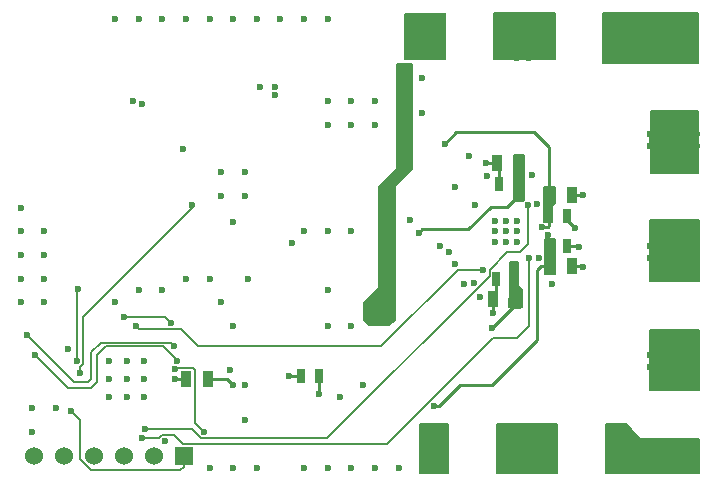
<source format=gbl>
G04 #@! TF.FileFunction,Copper,L4,Bot,Signal*
%FSLAX46Y46*%
G04 Gerber Fmt 4.6, Leading zero omitted, Abs format (unit mm)*
G04 Created by KiCad (PCBNEW 4.0.5) date 03/01/17 00:06:24*
%MOMM*%
%LPD*%
G01*
G04 APERTURE LIST*
%ADD10C,0.100000*%
%ADD11C,0.600000*%
%ADD12R,1.524000X1.524000*%
%ADD13C,1.524000*%
%ADD14R,0.635000X1.143000*%
%ADD15R,0.889000X1.397000*%
%ADD16R,1.500000X3.950000*%
%ADD17R,3.950000X1.500000*%
%ADD18C,0.250000*%
%ADD19C,0.150000*%
G04 APERTURE END LIST*
D10*
D11*
X150475000Y-118000000D03*
X150475000Y-116500000D03*
X150475000Y-115000000D03*
X148975000Y-118000000D03*
X148975000Y-116500000D03*
X148975000Y-115000000D03*
X147475000Y-118000000D03*
X147475000Y-116500000D03*
X147475000Y-115000000D03*
X180200000Y-103100000D03*
X180200000Y-104000000D03*
X180200000Y-104900000D03*
X181100000Y-103100000D03*
X181100000Y-104000000D03*
X181100000Y-104900000D03*
X182000000Y-103100000D03*
X182000000Y-104000000D03*
X182000000Y-104900000D03*
D12*
X153850000Y-123000000D03*
D13*
X151310000Y-123000000D03*
X148770000Y-123000000D03*
X146230000Y-123000000D03*
X143690000Y-123000000D03*
X141150000Y-123000000D03*
D14*
X182000000Y-100000000D03*
X180476000Y-100000000D03*
D15*
X182250000Y-98250000D03*
X180345000Y-98250000D03*
D14*
X184750000Y-102709216D03*
X186274000Y-102709216D03*
D15*
X184746053Y-100917685D03*
X186651053Y-100917685D03*
D14*
X184726000Y-105250000D03*
X186250000Y-105250000D03*
D15*
X184776053Y-106962127D03*
X186681053Y-106962127D03*
D14*
X181774000Y-108000000D03*
X180250000Y-108000000D03*
D15*
X181905000Y-109750000D03*
X180000000Y-109750000D03*
D14*
X163750000Y-116250000D03*
X165274000Y-116250000D03*
D15*
X155905000Y-116500000D03*
X154000000Y-116500000D03*
D16*
X175230000Y-87475000D03*
X180770000Y-87475000D03*
X184480000Y-87475000D03*
X190020000Y-87475000D03*
D17*
X195350000Y-88980000D03*
X195350000Y-94520000D03*
X195350000Y-98230000D03*
X195350000Y-103770000D03*
X195350000Y-107480000D03*
X195350000Y-113020000D03*
X195350000Y-116730000D03*
X195350000Y-122270000D03*
D16*
X181020000Y-122350000D03*
X175480000Y-122350000D03*
X190270000Y-122350000D03*
X184730000Y-122350000D03*
D11*
X158000000Y-117000000D03*
X159000000Y-99000000D03*
X157000000Y-99000000D03*
X157000000Y-101000000D03*
X159000000Y-101000000D03*
X166000000Y-109000000D03*
X166000000Y-112000000D03*
X168000000Y-112000000D03*
X173000000Y-103000000D03*
X168000000Y-104000000D03*
X166000000Y-104000000D03*
X164000000Y-104000000D03*
X163000000Y-105000000D03*
X166000000Y-95000000D03*
X168000000Y-95000000D03*
X170000000Y-95000000D03*
X170000000Y-93000000D03*
X168000000Y-93000000D03*
X166000000Y-93000000D03*
X142000000Y-104000000D03*
X142000000Y-106000000D03*
X142000000Y-108000000D03*
X142000000Y-110000000D03*
X140000000Y-110000000D03*
X140000000Y-108000000D03*
X140000000Y-106000000D03*
X140000000Y-104000000D03*
X140000000Y-102000000D03*
X166000000Y-86000000D03*
X164000000Y-86000000D03*
X162000000Y-86000000D03*
X160000000Y-86000000D03*
X158000000Y-86000000D03*
X156000000Y-86000000D03*
X154000000Y-86000000D03*
X152000000Y-86000000D03*
X150000000Y-86000000D03*
X148000000Y-86000000D03*
X156000000Y-108000000D03*
X157000000Y-110000000D03*
X158000000Y-112000000D03*
X159000000Y-120000000D03*
X159000000Y-117000000D03*
X154000000Y-108000000D03*
X152000000Y-109000000D03*
X150000000Y-109000000D03*
X148000000Y-110000000D03*
X169000000Y-117000000D03*
X167000000Y-118000000D03*
X143000000Y-119000000D03*
X141000000Y-119000000D03*
X141000000Y-121000000D03*
X174000000Y-91000000D03*
X174000000Y-94000000D03*
X156000000Y-124000000D03*
X158000000Y-124000000D03*
X160000000Y-124000000D03*
X164000000Y-124000000D03*
X166000000Y-124000000D03*
X168000000Y-124000000D03*
X170000000Y-124000000D03*
X172000000Y-124000000D03*
X165250000Y-117750000D03*
X178378761Y-108378761D03*
X173750000Y-88500000D03*
X172750000Y-88500000D03*
X172750000Y-87500000D03*
X172750000Y-86500000D03*
X173750000Y-86500000D03*
X173750000Y-87500000D03*
X174250000Y-123500000D03*
X174250000Y-121250000D03*
X174250000Y-122250000D03*
X183500000Y-124000000D03*
X182250000Y-124000000D03*
X182250000Y-123000000D03*
X183500000Y-123000000D03*
X183500000Y-122000000D03*
X183500000Y-121000000D03*
X182250000Y-121000000D03*
X182250000Y-122000000D03*
X191500000Y-121500000D03*
X192250000Y-122250000D03*
X192750000Y-123000000D03*
X191500000Y-123000000D03*
X192250000Y-123750000D03*
X193250000Y-123750000D03*
X194250000Y-123750000D03*
X196250000Y-123750000D03*
X195250000Y-123750000D03*
X193250000Y-115500000D03*
X193250000Y-114500000D03*
X194250000Y-114500000D03*
X194250000Y-115500000D03*
X195250000Y-115500000D03*
X196250000Y-115500000D03*
X197250000Y-115500000D03*
X197250000Y-114500000D03*
X196250000Y-114500000D03*
X195250000Y-114500000D03*
X193250000Y-106250000D03*
X193250000Y-105250000D03*
X194250000Y-105250000D03*
X194250000Y-106250000D03*
X195250000Y-106250000D03*
X196250000Y-106250000D03*
X197250000Y-106250000D03*
X197250000Y-105250000D03*
X196250000Y-105250000D03*
X195250000Y-105250000D03*
X193250000Y-96750000D03*
X193250000Y-95750000D03*
X194250000Y-95750000D03*
X194250000Y-96750000D03*
X195250000Y-96750000D03*
X196250000Y-96750000D03*
X197250000Y-96750000D03*
X197250000Y-95750000D03*
X196250000Y-95750000D03*
X195250000Y-95750000D03*
X192500000Y-89500000D03*
X191500000Y-89500000D03*
X191500000Y-88500000D03*
X192500000Y-88500000D03*
X192500000Y-87500000D03*
X193500000Y-87500000D03*
X194500000Y-87500000D03*
X195500000Y-87500000D03*
X196500000Y-87500000D03*
X196500000Y-86500000D03*
X195500000Y-86500000D03*
X194500000Y-86500000D03*
X193500000Y-86500000D03*
X192500000Y-86500000D03*
X191500000Y-86500000D03*
X191500000Y-87500000D03*
X182000000Y-89300000D03*
X183000000Y-89300000D03*
X183000000Y-88400000D03*
X182000000Y-88400000D03*
X183000000Y-85700000D03*
X182000000Y-85700000D03*
X182000000Y-86600000D03*
X183000000Y-86600000D03*
X183000000Y-87500000D03*
X182000000Y-87500000D03*
X183881551Y-106300000D03*
X183700000Y-101700000D03*
X179400000Y-98200000D03*
X186900000Y-103700000D03*
X187600000Y-100900000D03*
X187300000Y-105300000D03*
X187600000Y-107000000D03*
X180000000Y-110900000D03*
X178000000Y-97600000D03*
X179500000Y-99300000D03*
X178500000Y-101750000D03*
X177500000Y-108500000D03*
X176250000Y-105750000D03*
X175500000Y-105250000D03*
X152250000Y-121775010D03*
X183300000Y-99200000D03*
X178900000Y-109600000D03*
X157750000Y-115750000D03*
X159250000Y-108000000D03*
X185000000Y-108500000D03*
X176750000Y-106750000D03*
X176750000Y-100250000D03*
X158000000Y-103250000D03*
X153750000Y-97000000D03*
X161500000Y-91750000D03*
X161500000Y-92500000D03*
X160250000Y-91750000D03*
X144000000Y-114000000D03*
X153092840Y-116494244D03*
X162750000Y-116250000D03*
X169750000Y-111500000D03*
X171000000Y-111250000D03*
X172500000Y-90250000D03*
X172500000Y-91250000D03*
X150250000Y-93250000D03*
X149500000Y-93000000D03*
X173700000Y-104100000D03*
X182100000Y-101000000D03*
X175900000Y-96600000D03*
X184154354Y-103675000D03*
X184628767Y-104325000D03*
X175000000Y-118800000D03*
X179900000Y-112200000D03*
X181900000Y-107000000D03*
X183000000Y-106250000D03*
X150250000Y-121500000D03*
X182951904Y-101753435D03*
X150500000Y-120750000D03*
X179182499Y-107251875D03*
X149750000Y-112000000D03*
X148750000Y-111250000D03*
X152750000Y-111750000D03*
X144848571Y-108848571D03*
X144750000Y-115000000D03*
X154500000Y-101750000D03*
X145000000Y-116000000D03*
X155500000Y-121000000D03*
X153072772Y-115666491D03*
X153263946Y-114941255D03*
X141250000Y-114500000D03*
X140500000Y-112750000D03*
X153000000Y-113750000D03*
X144250000Y-119250000D03*
D18*
X155905000Y-116500000D02*
X157500000Y-116500000D01*
X157500000Y-116500000D02*
X158000000Y-117000000D01*
X165250000Y-117095500D02*
X165250000Y-117750000D01*
X165274000Y-116250000D02*
X165274000Y-117071500D01*
X165274000Y-117071500D02*
X165250000Y-117095500D01*
X165274000Y-116250000D02*
X165274000Y-117476000D01*
X165274000Y-117476000D02*
X165250000Y-117500000D01*
X172750000Y-87500000D02*
X172750000Y-88500000D01*
X173750000Y-86500000D02*
X172750000Y-86500000D01*
X175230000Y-87475000D02*
X173775000Y-87475000D01*
X173775000Y-87475000D02*
X173750000Y-87500000D01*
X174250000Y-121250000D02*
X174250000Y-123500000D01*
X175480000Y-122350000D02*
X174350000Y-122350000D01*
X174350000Y-122350000D02*
X174250000Y-122250000D01*
X182250000Y-124000000D02*
X183500000Y-124000000D01*
X183500000Y-123000000D02*
X182250000Y-123000000D01*
X183500000Y-121000000D02*
X183500000Y-122000000D01*
X182250000Y-122000000D02*
X182250000Y-121000000D01*
X192250000Y-122250000D02*
X192000000Y-122250000D01*
X192000000Y-122250000D02*
X191500000Y-121750000D01*
X191500000Y-123000000D02*
X192750000Y-123000000D01*
X193250000Y-123750000D02*
X192250000Y-123750000D01*
X195250000Y-123750000D02*
X194250000Y-123750000D01*
X195250000Y-123750000D02*
X196250000Y-123750000D01*
X194250000Y-114500000D02*
X193250000Y-114500000D01*
X195250000Y-115500000D02*
X194250000Y-115500000D01*
X197250000Y-115500000D02*
X196250000Y-115500000D01*
X196250000Y-114500000D02*
X197250000Y-114500000D01*
X195350000Y-113020000D02*
X195350000Y-114400000D01*
X195350000Y-114400000D02*
X195250000Y-114500000D01*
X193250000Y-105250000D02*
X193250000Y-106250000D01*
X194250000Y-106250000D02*
X194250000Y-105250000D01*
X196250000Y-106250000D02*
X195250000Y-106250000D01*
X197250000Y-106250000D02*
X196250000Y-106250000D01*
X196250000Y-105250000D02*
X197250000Y-105250000D01*
X195350000Y-103770000D02*
X195350000Y-105150000D01*
X195350000Y-105150000D02*
X195250000Y-105250000D01*
X193250000Y-95750000D02*
X193250000Y-96750000D01*
X194250000Y-96750000D02*
X194250000Y-95750000D01*
X196250000Y-96750000D02*
X195250000Y-96750000D01*
X197250000Y-95750000D02*
X197250000Y-96750000D01*
X195250000Y-95750000D02*
X196250000Y-95750000D01*
X192500000Y-89500000D02*
X194830000Y-89500000D01*
X194830000Y-89500000D02*
X195350000Y-88980000D01*
X191500000Y-88500000D02*
X191500000Y-89500000D01*
X192500000Y-87500000D02*
X192500000Y-88500000D01*
X194500000Y-87500000D02*
X193500000Y-87500000D01*
X196500000Y-87500000D02*
X195500000Y-87500000D01*
X195500000Y-86500000D02*
X196500000Y-86500000D01*
X193500000Y-86500000D02*
X194500000Y-86500000D01*
X191500000Y-86500000D02*
X192500000Y-86500000D01*
X190020000Y-87475000D02*
X191475000Y-87475000D01*
X191475000Y-87475000D02*
X191500000Y-87500000D01*
X183000000Y-88400000D02*
X183000000Y-89300000D01*
X182000000Y-87500000D02*
X182000000Y-88400000D01*
X182000000Y-86600000D02*
X182000000Y-85700000D01*
X183000000Y-87500000D02*
X183000000Y-86600000D01*
X180770000Y-87475000D02*
X181975000Y-87475000D01*
X181975000Y-87475000D02*
X182000000Y-87500000D01*
X180345000Y-98250000D02*
X179450000Y-98250000D01*
X179450000Y-98250000D02*
X179400000Y-98200000D01*
X180476000Y-100000000D02*
X180476000Y-98381000D01*
X180476000Y-98381000D02*
X180345000Y-98250000D01*
X186274000Y-102709216D02*
X186274000Y-103074000D01*
X186274000Y-103074000D02*
X186900000Y-103700000D01*
X186651053Y-100917685D02*
X187582315Y-100917685D01*
X187582315Y-100917685D02*
X187600000Y-100900000D01*
X186250000Y-105250000D02*
X187250000Y-105250000D01*
X187250000Y-105250000D02*
X187300000Y-105300000D01*
X186681053Y-106962127D02*
X187562127Y-106962127D01*
X187562127Y-106962127D02*
X187600000Y-107000000D01*
X180250000Y-108000000D02*
X180250000Y-109500000D01*
X180250000Y-109500000D02*
X180000000Y-109750000D01*
X180000000Y-109750000D02*
X180000000Y-110900000D01*
X153098596Y-116500000D02*
X153092840Y-116494244D01*
X154000000Y-116500000D02*
X153098596Y-116500000D01*
X163750000Y-116250000D02*
X162750000Y-116250000D01*
X179800000Y-101900000D02*
X181200000Y-101900000D01*
X181200000Y-101900000D02*
X182100000Y-101000000D01*
X177899999Y-103800001D02*
X179800000Y-101900000D01*
X173700000Y-104100000D02*
X173999999Y-103800001D01*
X173999999Y-103800001D02*
X177899999Y-103800001D01*
X183500000Y-95600000D02*
X184746053Y-96846053D01*
X184746053Y-96846053D02*
X184746053Y-100917685D01*
X176900000Y-95600000D02*
X183500000Y-95600000D01*
X175900000Y-96600000D02*
X176900000Y-95600000D01*
X184600000Y-103653618D02*
X184627098Y-103653618D01*
X184627098Y-103653618D02*
X184750000Y-103530716D01*
X184750000Y-103530716D02*
X184750000Y-102709216D01*
X184154354Y-103675000D02*
X184578618Y-103675000D01*
X184578618Y-103675000D02*
X184600000Y-103653618D01*
X184628767Y-104325000D02*
X184628767Y-105152767D01*
X184628767Y-105152767D02*
X184726000Y-105250000D01*
X184662342Y-105186342D02*
X184726000Y-105250000D01*
X175000000Y-118800000D02*
X175424264Y-118800000D01*
X175424264Y-118800000D02*
X177224264Y-117000000D01*
X177224264Y-117000000D02*
X179900000Y-117000000D01*
X179900000Y-117000000D02*
X183700000Y-113200000D01*
X183700000Y-113200000D02*
X183700000Y-107300000D01*
X184037873Y-106962127D02*
X184776053Y-106962127D01*
X183700000Y-107300000D02*
X184037873Y-106962127D01*
X179900000Y-112200000D02*
X181905000Y-110195000D01*
X181905000Y-110195000D02*
X181905000Y-109750000D01*
D19*
X150250000Y-121500000D02*
X151722998Y-121500000D01*
X151722998Y-121500000D02*
X151972998Y-121250000D01*
X151972998Y-121250000D02*
X153000000Y-121250000D01*
X153000000Y-121250000D02*
X153750000Y-122000000D01*
X153750000Y-122000000D02*
X171022998Y-122000000D01*
X171022998Y-122000000D02*
X180022998Y-113000000D01*
X180022998Y-113000000D02*
X182000000Y-113000000D01*
X182000000Y-113000000D02*
X183000000Y-112000000D01*
X183000000Y-112000000D02*
X183000000Y-106250000D01*
X154500000Y-120777002D02*
X154500000Y-120750000D01*
X182951904Y-101753435D02*
X182951904Y-105048096D01*
X182951904Y-105048096D02*
X182250000Y-105750000D01*
X182250000Y-105750000D02*
X181205998Y-105750000D01*
X181205998Y-105750000D02*
X179707499Y-107248499D01*
X179707499Y-107248499D02*
X179707499Y-107792501D01*
X179707499Y-107792501D02*
X165974999Y-121525001D01*
X155247999Y-121525001D02*
X154500000Y-120777002D01*
X165974999Y-121525001D02*
X155247999Y-121525001D01*
X154500000Y-120750000D02*
X150500000Y-120750000D01*
X179000000Y-107250000D02*
X179180624Y-107250000D01*
X179180624Y-107250000D02*
X179182499Y-107251875D01*
X179000000Y-107250000D02*
X177000000Y-107250000D01*
X155000000Y-113750000D02*
X153549999Y-112299999D01*
X153549999Y-112299999D02*
X150049999Y-112299999D01*
X177000000Y-107250000D02*
X170500000Y-113750000D01*
X170500000Y-113750000D02*
X155000000Y-113750000D01*
X150049999Y-112299999D02*
X149750000Y-112000000D01*
X152500000Y-111500000D02*
X152250000Y-111250000D01*
X152250000Y-111250000D02*
X149174264Y-111250000D01*
X149174264Y-111250000D02*
X148750000Y-111250000D01*
X152750000Y-111750000D02*
X152500000Y-111500000D01*
X144750000Y-108947142D02*
X144848571Y-108848571D01*
X144750000Y-115000000D02*
X144750000Y-108947142D01*
X145275001Y-111224999D02*
X154500000Y-102000000D01*
X154500000Y-102000000D02*
X154500000Y-101750000D01*
X145000000Y-116000000D02*
X145000000Y-115527002D01*
X145000000Y-115527002D02*
X145275001Y-115252001D01*
X145275001Y-115252001D02*
X145275001Y-111224999D01*
X154750000Y-115750000D02*
X154750000Y-120250000D01*
X154750000Y-120250000D02*
X155500000Y-121000000D01*
X154576499Y-115576499D02*
X154750000Y-115750000D01*
X153072772Y-115666491D02*
X153162764Y-115576499D01*
X153162764Y-115576499D02*
X154576499Y-115576499D01*
X146500000Y-116750000D02*
X146500000Y-114500000D01*
X152963947Y-114641256D02*
X153263946Y-114941255D01*
X144000000Y-117250000D02*
X146000000Y-117250000D01*
X141250000Y-114500000D02*
X144000000Y-117250000D01*
X146500000Y-114500000D02*
X147250000Y-113750000D01*
X146000000Y-117250000D02*
X146500000Y-116750000D01*
X152072691Y-113750000D02*
X152963947Y-114641256D01*
X147250000Y-113750000D02*
X152072691Y-113750000D01*
X144540030Y-116790030D02*
X140799999Y-113049999D01*
X145709970Y-116790030D02*
X144540030Y-116790030D01*
X146000000Y-116500000D02*
X145709970Y-116790030D01*
X146000000Y-114250000D02*
X146000000Y-116500000D01*
X146800011Y-113449989D02*
X146000000Y-114250000D01*
X153000000Y-113750000D02*
X152699989Y-113449989D01*
X140799999Y-113049999D02*
X140500000Y-112750000D01*
X152699989Y-113449989D02*
X146800011Y-113449989D01*
X145000000Y-123250000D02*
X145000000Y-120000000D01*
X145000000Y-120000000D02*
X144250000Y-119250000D01*
X146000000Y-124250000D02*
X145000000Y-123250000D01*
X153512000Y-124250000D02*
X146000000Y-124250000D01*
X153850000Y-123000000D02*
X153850000Y-123912000D01*
X153850000Y-123912000D02*
X153512000Y-124250000D01*
G36*
X173175000Y-98718934D02*
X171696967Y-100196967D01*
X171680512Y-100221778D01*
X171675000Y-100250000D01*
X171675000Y-111468934D01*
X171218934Y-111925000D01*
X169531066Y-111925000D01*
X169075000Y-111468934D01*
X169075000Y-110031066D01*
X170303033Y-108803033D01*
X170319488Y-108778222D01*
X170325000Y-108750000D01*
X170325000Y-100281066D01*
X171803033Y-98803033D01*
X171819488Y-98778222D01*
X171825000Y-98750000D01*
X171825000Y-89825000D01*
X173175000Y-89825000D01*
X173175000Y-98718934D01*
X173175000Y-98718934D01*
G37*
X173175000Y-98718934D02*
X171696967Y-100196967D01*
X171680512Y-100221778D01*
X171675000Y-100250000D01*
X171675000Y-111468934D01*
X171218934Y-111925000D01*
X169531066Y-111925000D01*
X169075000Y-111468934D01*
X169075000Y-110031066D01*
X170303033Y-108803033D01*
X170319488Y-108778222D01*
X170325000Y-108750000D01*
X170325000Y-100281066D01*
X171803033Y-98803033D01*
X171819488Y-98778222D01*
X171825000Y-98750000D01*
X171825000Y-89825000D01*
X173175000Y-89825000D01*
X173175000Y-98718934D01*
G36*
X182125000Y-108600000D02*
X182130909Y-108629179D01*
X182146967Y-108653033D01*
X182425000Y-108931066D01*
X182425000Y-110368934D01*
X182268934Y-110525000D01*
X181531066Y-110525000D01*
X181375000Y-110368934D01*
X181375000Y-109731066D01*
X181453033Y-109653033D01*
X181469488Y-109628222D01*
X181475000Y-109600000D01*
X181475000Y-106575000D01*
X182125000Y-106575000D01*
X182125000Y-108600000D01*
X182125000Y-108600000D01*
G37*
X182125000Y-108600000D02*
X182130909Y-108629179D01*
X182146967Y-108653033D01*
X182425000Y-108931066D01*
X182425000Y-110368934D01*
X182268934Y-110525000D01*
X181531066Y-110525000D01*
X181375000Y-110368934D01*
X181375000Y-109731066D01*
X181453033Y-109653033D01*
X181469488Y-109628222D01*
X181475000Y-109600000D01*
X181475000Y-106575000D01*
X182125000Y-106575000D01*
X182125000Y-108600000D01*
G36*
X185225000Y-107625000D02*
X184375000Y-107625000D01*
X184375000Y-106480650D01*
X184406459Y-106404887D01*
X184406642Y-106196029D01*
X184375000Y-106119450D01*
X184375000Y-104675000D01*
X185225000Y-104675000D01*
X185225000Y-107625000D01*
X185225000Y-107625000D01*
G37*
X185225000Y-107625000D02*
X184375000Y-107625000D01*
X184375000Y-106480650D01*
X184406459Y-106404887D01*
X184406642Y-106196029D01*
X184375000Y-106119450D01*
X184375000Y-104675000D01*
X185225000Y-104675000D01*
X185225000Y-107625000D01*
G36*
X185225000Y-101568934D02*
X185046967Y-101746967D01*
X185030512Y-101771778D01*
X185025000Y-101800000D01*
X185025000Y-103225000D01*
X184275000Y-103225000D01*
X184275000Y-100275000D01*
X185225000Y-100275000D01*
X185225000Y-101568934D01*
X185225000Y-101568934D01*
G37*
X185225000Y-101568934D02*
X185046967Y-101746967D01*
X185030512Y-101771778D01*
X185025000Y-101800000D01*
X185025000Y-103225000D01*
X184275000Y-103225000D01*
X184275000Y-100275000D01*
X185225000Y-100275000D01*
X185225000Y-101568934D01*
G36*
X182625000Y-101337954D02*
X182537802Y-101425000D01*
X181775000Y-101425000D01*
X181775000Y-97575000D01*
X182625000Y-97575000D01*
X182625000Y-101337954D01*
X182625000Y-101337954D01*
G37*
X182625000Y-101337954D02*
X182537802Y-101425000D01*
X181775000Y-101425000D01*
X181775000Y-97575000D01*
X182625000Y-97575000D01*
X182625000Y-101337954D01*
G36*
X185225000Y-89425000D02*
X180075000Y-89425000D01*
X180075000Y-85475000D01*
X185225000Y-85475000D01*
X185225000Y-89425000D01*
X185225000Y-89425000D01*
G37*
X185225000Y-89425000D02*
X180075000Y-89425000D01*
X180075000Y-85475000D01*
X185225000Y-85475000D01*
X185225000Y-89425000D01*
G36*
X197325000Y-89725000D02*
X189275000Y-89725000D01*
X189275000Y-85475000D01*
X197325000Y-85475000D01*
X197325000Y-89725000D01*
X197325000Y-89725000D01*
G37*
X197325000Y-89725000D02*
X189275000Y-89725000D01*
X189275000Y-85475000D01*
X197325000Y-85475000D01*
X197325000Y-89725000D01*
G36*
X197325000Y-99025000D02*
X193375000Y-99025000D01*
X193375000Y-93775000D01*
X197325000Y-93775000D01*
X197325000Y-99025000D01*
X197325000Y-99025000D01*
G37*
X197325000Y-99025000D02*
X193375000Y-99025000D01*
X193375000Y-93775000D01*
X197325000Y-93775000D01*
X197325000Y-99025000D01*
G36*
X197425000Y-108175000D02*
X193325000Y-108175000D01*
X193325000Y-103075000D01*
X197425000Y-103075000D01*
X197425000Y-108175000D01*
X197425000Y-108175000D01*
G37*
X197425000Y-108175000D02*
X193325000Y-108175000D01*
X193325000Y-103075000D01*
X197425000Y-103075000D01*
X197425000Y-108175000D01*
G36*
X197425000Y-117425000D02*
X193325000Y-117425000D01*
X193325000Y-112325000D01*
X197425000Y-112325000D01*
X197425000Y-117425000D01*
X197425000Y-117425000D01*
G37*
X197425000Y-117425000D02*
X193325000Y-117425000D01*
X193325000Y-112325000D01*
X197425000Y-112325000D01*
X197425000Y-117425000D01*
G36*
X192446967Y-121553033D02*
X192471778Y-121569488D01*
X192500000Y-121575000D01*
X197425000Y-121575000D01*
X197425000Y-124425000D01*
X189575000Y-124425000D01*
X189575000Y-120325000D01*
X191218934Y-120325000D01*
X192446967Y-121553033D01*
X192446967Y-121553033D01*
G37*
X192446967Y-121553033D02*
X192471778Y-121569488D01*
X192500000Y-121575000D01*
X197425000Y-121575000D01*
X197425000Y-124425000D01*
X189575000Y-124425000D01*
X189575000Y-120325000D01*
X191218934Y-120325000D01*
X192446967Y-121553033D01*
G36*
X185425000Y-124425000D02*
X180325000Y-124425000D01*
X180325000Y-120325000D01*
X185425000Y-120325000D01*
X185425000Y-124425000D01*
X185425000Y-124425000D01*
G37*
X185425000Y-124425000D02*
X180325000Y-124425000D01*
X180325000Y-120325000D01*
X185425000Y-120325000D01*
X185425000Y-124425000D01*
G36*
X176175000Y-124425000D02*
X173825000Y-124425000D01*
X173825000Y-120325000D01*
X176175000Y-120325000D01*
X176175000Y-124425000D01*
X176175000Y-124425000D01*
G37*
X176175000Y-124425000D02*
X173825000Y-124425000D01*
X173825000Y-120325000D01*
X176175000Y-120325000D01*
X176175000Y-124425000D01*
G36*
X175925000Y-89425000D02*
X172575000Y-89425000D01*
X172575000Y-85575000D01*
X175925000Y-85575000D01*
X175925000Y-89425000D01*
X175925000Y-89425000D01*
G37*
X175925000Y-89425000D02*
X172575000Y-89425000D01*
X172575000Y-85575000D01*
X175925000Y-85575000D01*
X175925000Y-89425000D01*
M02*

</source>
